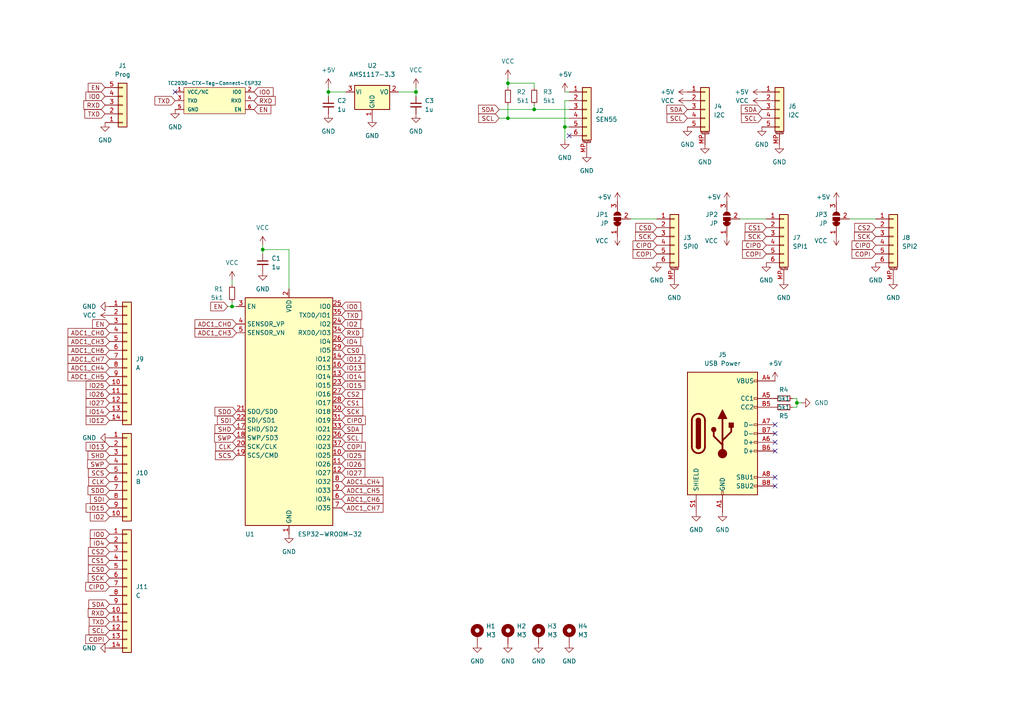
<source format=kicad_sch>
(kicad_sch (version 20211123) (generator eeschema)
  (paper "A4")
  (title_block (title "room-sensor") (date "2022-12-09") (rev "v1.0.0") (company "Jana Marie Hemsing"))
  (lib_symbols
    (symbol "Connector:USB_C_Receptacle_USB2.0" (pin_names (offset 1.016))
      (property "Reference" "J" (at -10.16 19.05 0))
      (property "Value" "USB_C_Receptacle_USB2.0" (at 19.05 19.05 0))
      (symbol "USB_C_Receptacle_USB2.0_0_0"
        (rectangle (start -0.254 -17.78) (end 0.254 -16.764))
        (rectangle (start 10.16 -14.986) (end 9.144 -15.494))
        (rectangle (start 10.16 -12.446) (end 9.144 -12.954))
        (rectangle (start 10.16 -4.826) (end 9.144 -5.334))
        (rectangle (start 10.16 -2.286) (end 9.144 -2.794))
        (rectangle (start 10.16 0.254) (end 9.144 -0.254))
        (rectangle (start 10.16 2.794) (end 9.144 2.286))
        (rectangle (start 10.16 7.874) (end 9.144 7.366))
        (rectangle (start 10.16 10.414) (end 9.144 9.906))
        (rectangle (start 10.16 15.494) (end 9.144 14.986))
      )
      (symbol "USB_C_Receptacle_USB2.0_0_1"
        (rectangle (start -10.16 17.78) (end 10.16 -17.78) (stroke (width 0.254)) (fill (type background)))
        (arc (start -8.89 -3.81) (mid -6.985 -5.715) (end -5.08 -3.81) (stroke (width 0.508)))
        (arc (start -7.62 -3.81) (mid -6.985 -4.445) (end -6.35 -3.81) (stroke (width 0.254)))
        (arc (start -7.62 -3.81) (mid -6.985 -4.445) (end -6.35 -3.81) (stroke (width 0.254)) (fill (type outline)))
        (rectangle (start -7.62 -3.81) (end -6.35 3.81) (stroke (width 0.254)) (fill (type outline)))
        (arc (start -6.35 3.81) (mid -6.985 4.445) (end -7.62 3.81) (stroke (width 0.254)))
        (arc (start -6.35 3.81) (mid -6.985 4.445) (end -7.62 3.81) (stroke (width 0.254)) (fill (type outline)))
        (arc (start -5.08 3.81) (mid -6.985 5.715) (end -8.89 3.81) (stroke (width 0.508)))
        (circle (center -2.54 1.143) (radius 0.635) (stroke (width 0.254)) (fill (type outline)))
        (circle (center 0 -5.842) (radius 1.27) (fill (type outline)))
        (polyline (pts (xy -8.89 -3.81) (xy -8.89 3.81)) (stroke (width 0.508)))
        (polyline (pts (xy -5.08 3.81) (xy -5.08 -3.81)) (stroke (width 0.508)))
        (polyline (pts (xy 0 -5.842) (xy 0 4.318)) (stroke (width 0.508)))
        (polyline (pts (xy 0 -3.302) (xy -2.54 -0.762) (xy -2.54 0.508)) (stroke (width 0.508)))
        (polyline (pts (xy 0 -2.032) (xy 2.54 0.508) (xy 2.54 1.778)) (stroke (width 0.508)))
        (polyline (pts (xy -1.27 4.318) (xy 0 6.858) (xy 1.27 4.318) (xy -1.27 4.318)) (stroke (width 0.254)) (fill (type outline)))
        (rectangle (start 1.905 1.778) (end 3.175 3.048) (stroke (width 0.254)) (fill (type outline)))
      )
      (symbol "USB_C_Receptacle_USB2.0_1_1"
        (pin passive line (at 0 -22.86 90) (length 5.08) (name "GND") (number "A1"))
        (pin passive line (at 0 -22.86 90) (length 5.08) hide (name "GND") (number "A12"))
        (pin passive line (at 15.24 15.24 180) (length 5.08) (name "VBUS") (number "A4"))
        (pin bidirectional line (at 15.24 10.16 180) (length 5.08) (name "CC1") (number "A5"))
        (pin bidirectional line (at 15.24 -2.54 180) (length 5.08) (name "D+") (number "A6"))
        (pin bidirectional line (at 15.24 2.54 180) (length 5.08) (name "D-") (number "A7"))
        (pin bidirectional line (at 15.24 -12.7 180) (length 5.08) (name "SBU1") (number "A8"))
        (pin passive line (at 15.24 15.24 180) (length 5.08) hide (name "VBUS") (number "A9"))
        (pin passive line (at 0 -22.86 90) (length 5.08) hide (name "GND") (number "B1"))
        (pin passive line (at 0 -22.86 90) (length 5.08) hide (name "GND") (number "B12"))
        (pin passive line (at 15.24 15.24 180) (length 5.08) hide (name "VBUS") (number "B4"))
        (pin bidirectional line (at 15.24 7.62 180) (length 5.08) (name "CC2") (number "B5"))
        (pin bidirectional line (at 15.24 -5.08 180) (length 5.08) (name "D+") (number "B6"))
        (pin bidirectional line (at 15.24 0 180) (length 5.08) (name "D-") (number "B7"))
        (pin bidirectional line (at 15.24 -15.24 180) (length 5.08) (name "SBU2") (number "B8"))
        (pin passive line (at 15.24 15.24 180) (length 5.08) hide (name "VBUS") (number "B9"))
        (pin passive line (at -7.62 -22.86 90) (length 5.08) (name "SHIELD") (number "S1"))
      )
    )
    (symbol "Connector_Generic:Conn_01x05" (pin_names (offset 1.016) hide)
      (property "Reference" "J" (at 0 7.62 0))
      (property "Value" "Conn_01x05" (at 0 -7.62 0))
      (symbol "Conn_01x05_1_1"
        (rectangle (start -1.27 -4.953) (end 0 -5.207) (stroke (width 0.1524)))
        (rectangle (start -1.27 -2.413) (end 0 -2.667) (stroke (width 0.1524)))
        (rectangle (start -1.27 0.127) (end 0 -0.127) (stroke (width 0.1524)))
        (rectangle (start -1.27 2.667) (end 0 2.413) (stroke (width 0.1524)))
        (rectangle (start -1.27 5.207) (end 0 4.953) (stroke (width 0.1524)))
        (rectangle (start -1.27 6.35) (end 1.27 -6.35) (stroke (width 0.254)) (fill (type background)))
        (pin passive line (at -5.08 5.08 0) (length 3.81) (name "Pin_1") (number "1"))
        (pin passive line (at -5.08 2.54 0) (length 3.81) (name "Pin_2") (number "2"))
        (pin passive line (at -5.08 0 0) (length 3.81) (name "Pin_3") (number "3"))
        (pin passive line (at -5.08 -2.54 0) (length 3.81) (name "Pin_4") (number "4"))
        (pin passive line (at -5.08 -5.08 0) (length 3.81) (name "Pin_5") (number "5"))
      )
    )
    (symbol "Connector_Generic:Conn_01x10" (pin_names (offset 1.016) hide)
      (property "Reference" "J" (at 0 12.7 0))
      (property "Value" "Conn_01x10" (at 0 -15.24 0))
      (symbol "Conn_01x10_1_1"
        (rectangle (start -1.27 -12.573) (end 0 -12.827) (stroke (width 0.1524)))
        (rectangle (start -1.27 -10.033) (end 0 -10.287) (stroke (width 0.1524)))
        (rectangle (start -1.27 -7.493) (end 0 -7.747) (stroke (width 0.1524)))
        (rectangle (start -1.27 -4.953) (end 0 -5.207) (stroke (width 0.1524)))
        (rectangle (start -1.27 -2.413) (end 0 -2.667) (stroke (width 0.1524)))
        (rectangle (start -1.27 0.127) (end 0 -0.127) (stroke (width 0.1524)))
        (rectangle (start -1.27 2.667) (end 0 2.413) (stroke (width 0.1524)))
        (rectangle (start -1.27 5.207) (end 0 4.953) (stroke (width 0.1524)))
        (rectangle (start -1.27 7.747) (end 0 7.493) (stroke (width 0.1524)))
        (rectangle (start -1.27 10.287) (end 0 10.033) (stroke (width 0.1524)))
        (rectangle (start -1.27 11.43) (end 1.27 -13.97) (stroke (width 0.254)) (fill (type background)))
        (pin passive line (at -5.08 10.16 0) (length 3.81) (name "Pin_1") (number "1"))
        (pin passive line (at -5.08 -12.7 0) (length 3.81) (name "Pin_10") (number "10"))
        (pin passive line (at -5.08 7.62 0) (length 3.81) (name "Pin_2") (number "2"))
        (pin passive line (at -5.08 5.08 0) (length 3.81) (name "Pin_3") (number "3"))
        (pin passive line (at -5.08 2.54 0) (length 3.81) (name "Pin_4") (number "4"))
        (pin passive line (at -5.08 0 0) (length 3.81) (name "Pin_5") (number "5"))
        (pin passive line (at -5.08 -2.54 0) (length 3.81) (name "Pin_6") (number "6"))
        (pin passive line (at -5.08 -5.08 0) (length 3.81) (name "Pin_7") (number "7"))
        (pin passive line (at -5.08 -7.62 0) (length 3.81) (name "Pin_8") (number "8"))
        (pin passive line (at -5.08 -10.16 0) (length 3.81) (name "Pin_9") (number "9"))
      )
    )
    (symbol "Connector_Generic:Conn_01x14" (pin_names (offset 1.016) hide)
      (property "Reference" "J" (at 0 17.78 0))
      (property "Value" "Conn_01x14" (at 0 -20.32 0))
      (symbol "Conn_01x14_1_1"
        (rectangle (start -1.27 -17.653) (end 0 -17.907) (stroke (width 0.1524)))
        (rectangle (start -1.27 -15.113) (end 0 -15.367) (stroke (width 0.1524)))
        (rectangle (start -1.27 -12.573) (end 0 -12.827) (stroke (width 0.1524)))
        (rectangle (start -1.27 -10.033) (end 0 -10.287) (stroke (width 0.1524)))
        (rectangle (start -1.27 -7.493) (end 0 -7.747) (stroke (width 0.1524)))
        (rectangle (start -1.27 -4.953) (end 0 -5.207) (stroke (width 0.1524)))
        (rectangle (start -1.27 -2.413) (end 0 -2.667) (stroke (width 0.1524)))
        (rectangle (start -1.27 0.127) (end 0 -0.127) (stroke (width 0.1524)))
        (rectangle (start -1.27 2.667) (end 0 2.413) (stroke (width 0.1524)))
        (rectangle (start -1.27 5.207) (end 0 4.953) (stroke (width 0.1524)))
        (rectangle (start -1.27 7.747) (end 0 7.493) (stroke (width 0.1524)))
        (rectangle (start -1.27 10.287) (end 0 10.033) (stroke (width 0.1524)))
        (rectangle (start -1.27 12.827) (end 0 12.573) (stroke (width 0.1524)))
        (rectangle (start -1.27 15.367) (end 0 15.113) (stroke (width 0.1524)))
        (rectangle (start -1.27 16.51) (end 1.27 -19.05) (stroke (width 0.254)) (fill (type background)))
        (pin passive line (at -5.08 15.24 0) (length 3.81) (name "Pin_1") (number "1"))
        (pin passive line (at -5.08 -7.62 0) (length 3.81) (name "Pin_10") (number "10"))
        (pin passive line (at -5.08 -10.16 0) (length 3.81) (name "Pin_11") (number "11"))
        (pin passive line (at -5.08 -12.7 0) (length 3.81) (name "Pin_12") (number "12"))
        (pin passive line (at -5.08 -15.24 0) (length 3.81) (name "Pin_13") (number "13"))
        (pin passive line (at -5.08 -17.78 0) (length 3.81) (name "Pin_14") (number "14"))
        (pin passive line (at -5.08 12.7 0) (length 3.81) (name "Pin_2") (number "2"))
        (pin passive line (at -5.08 10.16 0) (length 3.81) (name "Pin_3") (number "3"))
        (pin passive line (at -5.08 7.62 0) (length 3.81) (name "Pin_4") (number "4"))
        (pin passive line (at -5.08 5.08 0) (length 3.81) (name "Pin_5") (number "5"))
        (pin passive line (at -5.08 2.54 0) (length 3.81) (name "Pin_6") (number "6"))
        (pin passive line (at -5.08 0 0) (length 3.81) (name "Pin_7") (number "7"))
        (pin passive line (at -5.08 -2.54 0) (length 3.81) (name "Pin_8") (number "8"))
        (pin passive line (at -5.08 -5.08 0) (length 3.81) (name "Pin_9") (number "9"))
      )
    )
    (symbol "Connector_Generic_MountingPin:Conn_01x05_MountingPin" (pin_names (offset 1.016) hide)
      (property "Reference" "J" (at 0 7.62 0))
      (property "Value" "Conn_01x05_MountingPin" (at 1.27 -7.62 0))
      (symbol "Conn_01x05_MountingPin_1_1"
        (rectangle (start -1.27 -4.953) (end 0 -5.207) (stroke (width 0.1524)))
        (rectangle (start -1.27 -2.413) (end 0 -2.667) (stroke (width 0.1524)))
        (rectangle (start -1.27 0.127) (end 0 -0.127) (stroke (width 0.1524)))
        (rectangle (start -1.27 2.667) (end 0 2.413) (stroke (width 0.1524)))
        (rectangle (start -1.27 5.207) (end 0 4.953) (stroke (width 0.1524)))
        (rectangle (start -1.27 6.35) (end 1.27 -6.35) (stroke (width 0.254)) (fill (type background)))
        (polyline (pts (xy -1.016 -7.112) (xy 1.016 -7.112)) (stroke (width 0.1524)))
        (text "Mounting" (at 0 -6.731 0) (effects (font (size 0.381 0.381))))
        (pin passive line (at -5.08 5.08 0) (length 3.81) (name "Pin_1") (number "1"))
        (pin passive line (at -5.08 2.54 0) (length 3.81) (name "Pin_2") (number "2"))
        (pin passive line (at -5.08 0 0) (length 3.81) (name "Pin_3") (number "3"))
        (pin passive line (at -5.08 -2.54 0) (length 3.81) (name "Pin_4") (number "4"))
        (pin passive line (at -5.08 -5.08 0) (length 3.81) (name "Pin_5") (number "5"))
        (pin passive line (at 0 -10.16 90) (length 3.048) (name "MountPin") (number "MP"))
      )
    )
    (symbol "Connector_Generic_MountingPin:Conn_01x06_MountingPin" (pin_names (offset 1.016) hide)
      (property "Reference" "J" (at 0 7.62 0))
      (property "Value" "Conn_01x06_MountingPin" (at 1.27 -10.16 0))
      (symbol "Conn_01x06_MountingPin_1_1"
        (rectangle (start -1.27 -7.493) (end 0 -7.747) (stroke (width 0.1524)))
        (rectangle (start -1.27 -4.953) (end 0 -5.207) (stroke (width 0.1524)))
        (rectangle (start -1.27 -2.413) (end 0 -2.667) (stroke (width 0.1524)))
        (rectangle (start -1.27 0.127) (end 0 -0.127) (stroke (width 0.1524)))
        (rectangle (start -1.27 2.667) (end 0 2.413) (stroke (width 0.1524)))
        (rectangle (start -1.27 5.207) (end 0 4.953) (stroke (width 0.1524)))
        (rectangle (start -1.27 6.35) (end 1.27 -8.89) (stroke (width 0.254)) (fill (type background)))
        (polyline (pts (xy -1.016 -9.652) (xy 1.016 -9.652)) (stroke (width 0.1524)))
        (text "Mounting" (at 0 -9.271 0) (effects (font (size 0.381 0.381))))
        (pin passive line (at -5.08 5.08 0) (length 3.81) (name "Pin_1") (number "1"))
        (pin passive line (at -5.08 2.54 0) (length 3.81) (name "Pin_2") (number "2"))
        (pin passive line (at -5.08 0 0) (length 3.81) (name "Pin_3") (number "3"))
        (pin passive line (at -5.08 -2.54 0) (length 3.81) (name "Pin_4") (number "4"))
        (pin passive line (at -5.08 -5.08 0) (length 3.81) (name "Pin_5") (number "5"))
        (pin passive line (at -5.08 -7.62 0) (length 3.81) (name "Pin_6") (number "6"))
        (pin passive line (at 0 -12.7 90) (length 3.048) (name "MountPin") (number "MP"))
      )
    )
    (symbol "Device:C_Small" (pin_numbers hide) (pin_names (offset 0.254) hide)
      (property "Reference" "C" (at 0.254 1.778 0))
      (property "Value" "C_Small" (at 0.254 -2.032 0))
      (symbol "C_Small_0_1"
        (polyline (pts (xy -1.524 -0.508) (xy 1.524 -0.508)) (stroke (width 0.3302)))
        (polyline (pts (xy -1.524 0.508) (xy 1.524 0.508)) (stroke (width 0.3048)))
      )
      (symbol "C_Small_1_1"
        (pin passive line (at 0 2.54 270) (length 2.032) (name "~") (number "1"))
        (pin passive line (at 0 -2.54 90) (length 2.032) (name "~") (number "2"))
      )
    )
    (symbol "Device:R_Small" (pin_numbers hide) (pin_names (offset 0.254) hide)
      (property "Reference" "R" (at 0.762 0.508 0))
      (property "Value" "R_Small" (at 0.762 -1.016 0))
      (symbol "R_Small_0_1"
        (rectangle (start -0.762 1.778) (end 0.762 -1.778) (stroke (width 0.2032)))
      )
      (symbol "R_Small_1_1"
        (pin passive line (at 0 2.54 270) (length 0.762) (name "~") (number "1"))
        (pin passive line (at 0 -2.54 90) (length 0.762) (name "~") (number "2"))
      )
    )
    (symbol "Jumper:SolderJumper_3_Bridged12" (pin_names (offset 0) hide)
      (property "Reference" "JP" (at -2.54 -2.54 0))
      (property "Value" "SolderJumper_3_Bridged12" (at 0 2.794 0))
      (symbol "SolderJumper_3_Bridged12_0_1"
        (rectangle (start -1.016 0.508) (end -0.508 -0.508) (fill (type outline)))
        (arc (start -1.016 1.016) (mid -2.032 0) (end -1.016 -1.016))
        (arc (start -1.016 1.016) (mid -2.032 0) (end -1.016 -1.016) (fill (type outline)))
        (rectangle (start -0.508 1.016) (end 0.508 -1.016) (fill (type outline)))
        (polyline (pts (xy -2.54 0) (xy -2.032 0)))
        (polyline (pts (xy -1.016 1.016) (xy -1.016 -1.016)))
        (polyline (pts (xy 0 -1.27) (xy 0 -1.016)))
        (polyline (pts (xy 1.016 1.016) (xy 1.016 -1.016)))
        (polyline (pts (xy 2.54 0) (xy 2.032 0)))
        (arc (start 1.016 -1.016) (mid 2.032 0) (end 1.016 1.016))
        (arc (start 1.016 -1.016) (mid 2.032 0) (end 1.016 1.016) (fill (type outline)))
      )
      (symbol "SolderJumper_3_Bridged12_1_1"
        (pin passive line (at -5.08 0 0) (length 2.54) (name "A") (number "1"))
        (pin passive line (at 0 -3.81 90) (length 2.54) (name "C") (number "2"))
        (pin passive line (at 5.08 0 180) (length 2.54) (name "B") (number "3"))
      )
    )
    (symbol "Mechanical:MountingHole_Pad" (pin_numbers hide) (pin_names (offset 1.016) hide)
      (property "Reference" "H" (at 0 6.35 0))
      (property "Value" "MountingHole_Pad" (at 0 4.445 0))
      (symbol "MountingHole_Pad_0_1"
        (circle (center 0 1.27) (radius 1.27) (stroke (width 1.27)))
      )
      (symbol "MountingHole_Pad_1_1"
        (pin input line (at 0 -2.54 90) (length 2.54) (name "1") (number "1"))
      )
    )
    (symbol "RF_Module:ESP32-WROOM-32"
      (property "Reference" "U" (at -12.7 34.29 0))
      (property "Value" "ESP32-WROOM-32" (at 1.27 34.29 0))
      (symbol "ESP32-WROOM-32_0_1"
        (rectangle (start -12.7 33.02) (end 12.7 -33.02) (stroke (width 0.254)) (fill (type background)))
      )
      (symbol "ESP32-WROOM-32_1_1"
        (pin power_in line (at 0 -35.56 90) (length 2.54) (name "GND") (number "1"))
        (pin bidirectional line (at 15.24 -12.7 180) (length 2.54) (name "IO25") (number "10"))
        (pin bidirectional line (at 15.24 -15.24 180) (length 2.54) (name "IO26") (number "11"))
        (pin bidirectional line (at 15.24 -17.78 180) (length 2.54) (name "IO27") (number "12"))
        (pin bidirectional line (at 15.24 10.16 180) (length 2.54) (name "IO14") (number "13"))
        (pin bidirectional line (at 15.24 15.24 180) (length 2.54) (name "IO12") (number "14"))
        (pin passive line (at 0 -35.56 90) (length 2.54) hide (name "GND") (number "15"))
        (pin bidirectional line (at 15.24 12.7 180) (length 2.54) (name "IO13") (number "16"))
        (pin bidirectional line (at -15.24 -5.08 0) (length 2.54) (name "SHD/SD2") (number "17"))
        (pin bidirectional line (at -15.24 -7.62 0) (length 2.54) (name "SWP/SD3") (number "18"))
        (pin bidirectional line (at -15.24 -12.7 0) (length 2.54) (name "SCS/CMD") (number "19"))
        (pin power_in line (at 0 35.56 270) (length 2.54) (name "VDD") (number "2"))
        (pin bidirectional line (at -15.24 -10.16 0) (length 2.54) (name "SCK/CLK") (number "20"))
        (pin bidirectional line (at -15.24 0 0) (length 2.54) (name "SDO/SD0") (number "21"))
        (pin bidirectional line (at -15.24 -2.54 0) (length 2.54) (name "SDI/SD1") (number "22"))
        (pin bidirectional line (at 15.24 7.62 180) (length 2.54) (name "IO15") (number "23"))
        (pin bidirectional line (at 15.24 25.4 180) (length 2.54) (name "IO2") (number "24"))
        (pin bidirectional line (at 15.24 30.48 180) (length 2.54) (name "IO0") (number "25"))
        (pin bidirectional line (at 15.24 20.32 180) (length 2.54) (name "IO4") (number "26"))
        (pin bidirectional line (at 15.24 5.08 180) (length 2.54) (name "IO16") (number "27"))
        (pin bidirectional line (at 15.24 2.54 180) (length 2.54) (name "IO17") (number "28"))
        (pin bidirectional line (at 15.24 17.78 180) (length 2.54) (name "IO5") (number "29"))
        (pin input line (at -15.24 30.48 0) (length 2.54) (name "EN") (number "3"))
        (pin bidirectional line (at 15.24 0 180) (length 2.54) (name "IO18") (number "30"))
        (pin bidirectional line (at 15.24 -2.54 180) (length 2.54) (name "IO19") (number "31"))
        (pin no_connect line (at -12.7 -27.94 0) (length 2.54) hide (name "NC") (number "32"))
        (pin bidirectional line (at 15.24 -5.08 180) (length 2.54) (name "IO21") (number "33"))
        (pin bidirectional line (at 15.24 22.86 180) (length 2.54) (name "RXD0/IO3") (number "34"))
        (pin bidirectional line (at 15.24 27.94 180) (length 2.54) (name "TXD0/IO1") (number "35"))
        (pin bidirectional line (at 15.24 -7.62 180) (length 2.54) (name "IO22") (number "36"))
        (pin bidirectional line (at 15.24 -10.16 180) (length 2.54) (name "IO23") (number "37"))
        (pin passive line (at 0 -35.56 90) (length 2.54) hide (name "GND") (number "38"))
        (pin passive line (at 0 -35.56 90) (length 2.54) hide (name "GND") (number "39"))
        (pin input line (at -15.24 25.4 0) (length 2.54) (name "SENSOR_VP") (number "4"))
        (pin input line (at -15.24 22.86 0) (length 2.54) (name "SENSOR_VN") (number "5"))
        (pin input line (at 15.24 -25.4 180) (length 2.54) (name "IO34") (number "6"))
        (pin input line (at 15.24 -27.94 180) (length 2.54) (name "IO35") (number "7"))
        (pin bidirectional line (at 15.24 -20.32 180) (length 2.54) (name "IO32") (number "8"))
        (pin bidirectional line (at 15.24 -22.86 180) (length 2.54) (name "IO33") (number "9"))
      )
    )
    (symbol "Regulator_Linear:AMS1117-3.3" (pin_names (offset 0.254))
      (property "Reference" "U" (at -3.81 3.175 0))
      (property "Value" "AMS1117-3.3" (at 0 3.175 0))
      (symbol "AMS1117-3.3_0_1"
        (rectangle (start -5.08 -5.08) (end 5.08 1.905) (stroke (width 0.254)) (fill (type background)))
      )
      (symbol "AMS1117-3.3_1_1"
        (pin power_in line (at 0 -7.62 90) (length 2.54) (name "GND") (number "1"))
        (pin power_out line (at 7.62 0 180) (length 2.54) (name "VO") (number "2"))
        (pin power_in line (at -7.62 0 0) (length 2.54) (name "VI") (number "3"))
      )
    )
    (symbol "otter:+5V" (power) (pin_names (offset 0))
      (property "Value" "+5V" (at 0 3.556 0))
      (symbol "+5V_0_1"
        (polyline (pts (xy -0.762 1.27) (xy 0 2.54)))
        (polyline (pts (xy 0 0) (xy 0 2.54)))
        (polyline (pts (xy 0 2.54) (xy 0.762 1.27)))
      )
      (symbol "+5V_1_1"
        (pin power_in line (at 0 0 90) (length 0) hide (name "+5V") (number "1"))
      )
    )
    (symbol "otter:GND" (power) (pin_names (offset 0))
      (property "Value" "GND" (at 0 -3.81 0))
      (symbol "GND_0_1"
        (polyline (pts (xy 0 0) (xy 0 -1.27) (xy 1.27 -1.27) (xy 0 -2.54) (xy -1.27 -1.27) (xy 0 -1.27)))
      )
      (symbol "GND_1_1"
        (pin power_in line (at 0 0 270) (length 0) hide (name "GND") (number "1"))
      )
    )
    (symbol "otter:TC2030-CTX-Tag-Connect-ESP32" (pin_names (offset 1.016))
      (property "Value" "TC2030-CTX-Tag-Connect-ESP32" (at 0 5.08 0))
      (symbol "TC2030-CTX-Tag-Connect-ESP32_0_1"
        (rectangle (start 8.89 3.81) (end -8.89 -3.81) (fill (type background)))
      )
      (symbol "TC2030-CTX-Tag-Connect-ESP32_1_1"
        (pin passive line (at -11.43 2.54 0) (length 2.54) (name "VCC/NC") (number "1"))
        (pin passive line (at 11.43 2.54 180) (length 2.54) (name "IO0") (number "2"))
        (pin passive line (at -11.43 0 0) (length 2.54) (name "TXD") (number "3"))
        (pin passive line (at 11.43 0 180) (length 2.54) (name "RXD") (number "4"))
        (pin passive line (at -11.43 -2.54 0) (length 2.54) (name "GND") (number "5"))
        (pin passive line (at 11.43 -2.54 180) (length 2.54) (name "EN") (number "6"))
      )
    )
    (symbol "power:VCC" (power) (pin_names (offset 0))
      (property "Value" "VCC" (at 0 3.81 0))
      (symbol "VCC_0_1"
        (polyline (pts (xy -0.762 1.27) (xy 0 2.54)))
        (polyline (pts (xy 0 0) (xy 0 2.54)))
        (polyline (pts (xy 0 2.54) (xy 0.762 1.27)))
      )
      (symbol "VCC_1_1"
        (pin power_in line (at 0 0 90) (length 0) hide (name "VCC") (number "1"))
      )
    )
  )
  (junction (at 120.65 26.67))
  (junction (at 95.25 26.67))
  (junction (at 154.94 31.75))
  (junction (at 147.32 34.29))
  (junction (at 76.2 72.39))
  (junction (at 163.83 36.83))
  (junction (at 231.14 116.84))
  (junction (at 147.32 24.13))
  (junction (at 67.31 88.9))
  (no_connect (at 50.8 26.67))
  (no_connect (at 224.79 130.81))
  (no_connect (at 224.79 128.27))
  (no_connect (at 224.79 138.43))
  (no_connect (at 224.79 140.97))
  (no_connect (at 224.79 125.73))
  (no_connect (at 224.79 123.19))
  (no_connect (at 165.1 39.37))
  (wire (pts (xy 231.14 116.84) (xy 231.14 118.11)))
  (wire (pts (xy 154.94 24.13) (xy 147.32 24.13)))
  (wire (pts (xy 182.88 63.5) (xy 190.5 63.5)))
  (wire (pts (xy 115.57 26.67) (xy 120.65 26.67)))
  (wire (pts (xy 95.25 25.4) (xy 95.25 26.67)))
  (wire (pts (xy 163.83 36.83) (xy 165.1 36.83)))
  (wire (pts (xy 154.94 25.4) (xy 154.94 24.13)))
  (wire (pts (xy 147.32 22.86) (xy 147.32 24.13)))
  (wire (pts (xy 67.31 88.9) (xy 66.04 88.9)))
  (wire (pts (xy 76.2 71.12) (xy 76.2 72.39)))
  (wire (pts (xy 147.32 24.13) (xy 147.32 25.4)))
  (wire (pts (xy 165.1 29.21) (xy 163.83 29.21)))
  (wire (pts (xy 231.14 118.11) (xy 229.87 118.11)))
  (wire (pts (xy 83.82 72.39) (xy 76.2 72.39)))
  (wire (pts (xy 154.94 30.48) (xy 154.94 31.75)))
  (wire (pts (xy 229.87 115.57) (xy 231.14 115.57)))
  (wire (pts (xy 231.14 115.57) (xy 231.14 116.84)))
  (wire (pts (xy 232.41 116.84) (xy 231.14 116.84)))
  (wire (pts (xy 246.38 63.5) (xy 254 63.5)))
  (wire (pts (xy 163.83 26.67) (xy 165.1 26.67)))
  (wire (pts (xy 83.82 83.82) (xy 83.82 72.39)))
  (wire (pts (xy 154.94 31.75) (xy 165.1 31.75)))
  (wire (pts (xy 214.63 63.5) (xy 222.25 63.5)))
  (wire (pts (xy 120.65 26.67) (xy 120.65 27.94)))
  (wire (pts (xy 68.58 88.9) (xy 67.31 88.9)))
  (wire (pts (xy 67.31 81.28) (xy 67.31 82.55)))
  (wire (pts (xy 120.65 25.4) (xy 120.65 26.67)))
  (wire (pts (xy 144.78 34.29) (xy 147.32 34.29)))
  (wire (pts (xy 163.83 36.83) (xy 163.83 40.64)))
  (wire (pts (xy 95.25 26.67) (xy 95.25 27.94)))
  (wire (pts (xy 67.31 87.63) (xy 67.31 88.9)))
  (wire (pts (xy 163.83 29.21) (xy 163.83 36.83)))
  (wire (pts (xy 144.78 31.75) (xy 154.94 31.75)))
  (wire (pts (xy 147.32 30.48) (xy 147.32 34.29)))
  (wire (pts (xy 147.32 34.29) (xy 165.1 34.29)))
  (wire (pts (xy 95.25 26.67) (xy 100.33 26.67)))
  (wire (pts (xy 76.2 72.39) (xy 76.2 73.66)))
  (global_label "IO25" (shape input) (at 31.75 111.76 180) (property "Intersheet References" "${INTERSHEET_REFS}" (effects hide)))
  (global_label "SCL" (shape input) (at 31.75 182.88 180) (property "Intersheet References" "${INTERSHEET_REFS}" (effects hide)))
  (global_label "IO0" (shape input) (at 99.06 88.9 0) (property "Intersheet References" "${INTERSHEET_REFS}" (effects hide)))
  (global_label "SCL" (shape input) (at 99.06 127 0) (property "Intersheet References" "${INTERSHEET_REFS}" (effects hide)))
  (global_label "SDA" (shape input) (at 31.75 175.26 180) (property "Intersheet References" "${INTERSHEET_REFS}" (effects hide)))
  (global_label "IO2" (shape input) (at 31.75 149.86 180) (property "Intersheet References" "${INTERSHEET_REFS}" (effects hide)))
  (global_label "SCK" (shape input) (at 254 68.58 180) (property "Intersheet References" "${INTERSHEET_REFS}" (effects hide)))
  (global_label "IO14" (shape input) (at 99.06 109.22 0) (property "Intersheet References" "${INTERSHEET_REFS}" (effects hide)))
  (global_label "CS2" (shape input) (at 254 66.04 180) (property "Intersheet References" "${INTERSHEET_REFS}" (effects hide)))
  (global_label "SCK" (shape input) (at 222.25 68.58 180) (property "Intersheet References" "${INTERSHEET_REFS}" (effects hide)))
  (global_label "ADC1_CH4" (shape input) (at 99.06 139.7 0) (property "Intersheet References" "${INTERSHEET_REFS}" (effects hide)))
  (global_label "CS2" (shape input) (at 31.75 160.02 180) (property "Intersheet References" "${INTERSHEET_REFS}" (effects hide)))
  (global_label "ADC1_CH7" (shape input) (at 31.75 104.14 180) (property "Intersheet References" "${INTERSHEET_REFS}" (effects hide)))
  (global_label "IO25" (shape input) (at 99.06 132.08 0) (property "Intersheet References" "${INTERSHEET_REFS}" (effects hide)))
  (global_label "RXD" (shape input) (at 30.48 30.48 180) (property "Intersheet References" "${INTERSHEET_REFS}" (effects hide)))
  (global_label "TXD" (shape input) (at 30.48 33.02 180) (property "Intersheet References" "${INTERSHEET_REFS}" (effects hide)))
  (global_label "CS1" (shape input) (at 222.25 66.04 180) (property "Intersheet References" "${INTERSHEET_REFS}" (effects hide)))
  (global_label "COPI" (shape input) (at 254 73.66 180) (property "Intersheet References" "${INTERSHEET_REFS}" (effects hide)))
  (global_label "SWP" (shape input) (at 31.75 134.62 180) (property "Intersheet References" "${INTERSHEET_REFS}" (effects hide)))
  (global_label "IO14" (shape input) (at 31.75 119.38 180) (property "Intersheet References" "${INTERSHEET_REFS}" (effects hide)))
  (global_label "CS2" (shape input) (at 99.06 114.3 0) (property "Intersheet References" "${INTERSHEET_REFS}" (effects hide)))
  (global_label "SDI" (shape input) (at 68.58 121.92 180) (property "Intersheet References" "${INTERSHEET_REFS}" (effects hide)))
  (global_label "SHD" (shape input) (at 31.75 132.08 180) (property "Intersheet References" "${INTERSHEET_REFS}" (effects hide)))
  (global_label "COPI" (shape input) (at 99.06 129.54 0) (property "Intersheet References" "${INTERSHEET_REFS}" (effects hide)))
  (global_label "EN" (shape input) (at 31.75 93.98 180) (property "Intersheet References" "${INTERSHEET_REFS}" (effects hide)))
  (global_label "CIPO" (shape input) (at 99.06 121.92 0) (property "Intersheet References" "${INTERSHEET_REFS}" (effects hide)))
  (global_label "IO13" (shape input) (at 99.06 106.68 0) (property "Intersheet References" "${INTERSHEET_REFS}" (effects hide)))
  (global_label "IO26" (shape input) (at 99.06 134.62 0) (property "Intersheet References" "${INTERSHEET_REFS}" (effects hide)))
  (global_label "CS0" (shape input) (at 99.06 101.6 0) (property "Intersheet References" "${INTERSHEET_REFS}" (effects hide)))
  (global_label "SWP" (shape input) (at 68.58 127 180) (property "Intersheet References" "${INTERSHEET_REFS}" (effects hide)))
  (global_label "SCK" (shape input) (at 31.75 167.64 180) (property "Intersheet References" "${INTERSHEET_REFS}" (effects hide)))
  (global_label "ADC1_CH5" (shape input) (at 99.06 142.24 0) (property "Intersheet References" "${INTERSHEET_REFS}" (effects hide)))
  (global_label "SDA" (shape input) (at 99.06 124.46 0) (property "Intersheet References" "${INTERSHEET_REFS}" (effects hide)))
  (global_label "RXD" (shape input) (at 31.75 177.8 180) (property "Intersheet References" "${INTERSHEET_REFS}" (effects hide)))
  (global_label "RXD" (shape input) (at 73.66 29.21 0) (property "Intersheet References" "${INTERSHEET_REFS}" (effects hide)))
  (global_label "COPI" (shape input) (at 222.25 73.66 180) (property "Intersheet References" "${INTERSHEET_REFS}" (effects hide)))
  (global_label "CIPO" (shape input) (at 190.5 71.12 180) (property "Intersheet References" "${INTERSHEET_REFS}" (effects hide)))
  (global_label "IO27" (shape input) (at 99.06 137.16 0) (property "Intersheet References" "${INTERSHEET_REFS}" (effects hide)))
  (global_label "COPI" (shape input) (at 190.5 73.66 180) (property "Intersheet References" "${INTERSHEET_REFS}" (effects hide)))
  (global_label "IO15" (shape input) (at 99.06 111.76 0) (property "Intersheet References" "${INTERSHEET_REFS}" (effects hide)))
  (global_label "IO26" (shape input) (at 31.75 114.3 180) (property "Intersheet References" "${INTERSHEET_REFS}" (effects hide)))
  (global_label "EN" (shape input) (at 66.04 88.9 180) (property "Intersheet References" "${INTERSHEET_REFS}" (effects hide)))
  (global_label "ADC1_CH6" (shape input) (at 99.06 144.78 0) (property "Intersheet References" "${INTERSHEET_REFS}" (effects hide)))
  (global_label "IO0" (shape input) (at 31.75 154.94 180) (property "Intersheet References" "${INTERSHEET_REFS}" (effects hide)))
  (global_label "SCL" (shape input) (at 144.78 34.29 180) (property "Intersheet References" "${INTERSHEET_REFS}" (effects hide)))
  (global_label "CS0" (shape input) (at 190.5 66.04 180) (property "Intersheet References" "${INTERSHEET_REFS}" (effects hide)))
  (global_label "ADC1_CH6" (shape input) (at 31.75 101.6 180) (property "Intersheet References" "${INTERSHEET_REFS}" (effects hide)))
  (global_label "CLK" (shape input) (at 31.75 139.7 180) (property "Intersheet References" "${INTERSHEET_REFS}" (effects hide)))
  (global_label "EN" (shape input) (at 73.66 31.75 0) (property "Intersheet References" "${INTERSHEET_REFS}" (effects hide)))
  (global_label "ADC1_CH5" (shape input) (at 31.75 109.22 180) (property "Intersheet References" "${INTERSHEET_REFS}" (effects hide)))
  (global_label "IO2" (shape input) (at 99.06 93.98 0) (property "Intersheet References" "${INTERSHEET_REFS}" (effects hide)))
  (global_label "SDO" (shape input) (at 68.58 119.38 180) (property "Intersheet References" "${INTERSHEET_REFS}" (effects hide)))
  (global_label "SDA" (shape input) (at 220.98 31.75 180) (property "Intersheet References" "${INTERSHEET_REFS}" (effects hide)))
  (global_label "CIPO" (shape input) (at 222.25 71.12 180) (property "Intersheet References" "${INTERSHEET_REFS}" (effects hide)))
  (global_label "SDI" (shape input) (at 31.75 144.78 180) (property "Intersheet References" "${INTERSHEET_REFS}" (effects hide)))
  (global_label "IO4" (shape input) (at 99.06 99.06 0) (property "Intersheet References" "${INTERSHEET_REFS}" (effects hide)))
  (global_label "SCS" (shape input) (at 31.75 137.16 180) (property "Intersheet References" "${INTERSHEET_REFS}" (effects hide)))
  (global_label "ADC1_CH0" (shape input) (at 68.58 93.98 180) (property "Intersheet References" "${INTERSHEET_REFS}" (effects hide)))
  (global_label "IO12" (shape input) (at 31.75 121.92 180) (property "Intersheet References" "${INTERSHEET_REFS}" (effects hide)))
  (global_label "CIPO" (shape input) (at 31.75 170.18 180) (property "Intersheet References" "${INTERSHEET_REFS}" (effects hide)))
  (global_label "ADC1_CH4" (shape input) (at 31.75 106.68 180) (property "Intersheet References" "${INTERSHEET_REFS}" (effects hide)))
  (global_label "RXD" (shape input) (at 99.06 96.52 0) (property "Intersheet References" "${INTERSHEET_REFS}" (effects hide)))
  (global_label "SDO" (shape input) (at 31.75 142.24 180) (property "Intersheet References" "${INTERSHEET_REFS}" (effects hide)))
  (global_label "ADC1_CH7" (shape input) (at 99.06 147.32 0) (property "Intersheet References" "${INTERSHEET_REFS}" (effects hide)))
  (global_label "SCK" (shape input) (at 99.06 119.38 0) (property "Intersheet References" "${INTERSHEET_REFS}" (effects hide)))
  (global_label "COPI" (shape input) (at 31.75 185.42 180) (property "Intersheet References" "${INTERSHEET_REFS}" (effects hide)))
  (global_label "SCL" (shape input) (at 199.39 34.29 180) (property "Intersheet References" "${INTERSHEET_REFS}" (effects hide)))
  (global_label "IO27" (shape input) (at 31.75 116.84 180) (property "Intersheet References" "${INTERSHEET_REFS}" (effects hide)))
  (global_label "SDA" (shape input) (at 199.39 31.75 180) (property "Intersheet References" "${INTERSHEET_REFS}" (effects hide)))
  (global_label "IO15" (shape input) (at 31.75 147.32 180) (property "Intersheet References" "${INTERSHEET_REFS}" (effects hide)))
  (global_label "TXD" (shape input) (at 50.8 29.21 180) (property "Intersheet References" "${INTERSHEET_REFS}" (effects hide)))
  (global_label "CS1" (shape input) (at 99.06 116.84 0) (property "Intersheet References" "${INTERSHEET_REFS}" (effects hide)))
  (global_label "CS0" (shape input) (at 31.75 165.1 180) (property "Intersheet References" "${INTERSHEET_REFS}" (effects hide)))
  (global_label "IO0" (shape input) (at 73.66 26.67 0) (property "Intersheet References" "${INTERSHEET_REFS}" (effects hide)))
  (global_label "SCS" (shape input) (at 68.58 132.08 180) (property "Intersheet References" "${INTERSHEET_REFS}" (effects hide)))
  (global_label "IO0" (shape input) (at 30.48 27.94 180) (property "Intersheet References" "${INTERSHEET_REFS}" (effects hide)))
  (global_label "IO12" (shape input) (at 99.06 104.14 0) (property "Intersheet References" "${INTERSHEET_REFS}" (effects hide)))
  (global_label "CIPO" (shape input) (at 254 71.12 180) (property "Intersheet References" "${INTERSHEET_REFS}" (effects hide)))
  (global_label "ADC1_CH0" (shape input) (at 31.75 96.52 180) (property "Intersheet References" "${INTERSHEET_REFS}" (effects hide)))
  (global_label "SHD" (shape input) (at 68.58 124.46 180) (property "Intersheet References" "${INTERSHEET_REFS}" (effects hide)))
  (global_label "SDA" (shape input) (at 144.78 31.75 180) (property "Intersheet References" "${INTERSHEET_REFS}" (effects hide)))
  (global_label "ADC1_CH3" (shape input) (at 68.58 96.52 180) (property "Intersheet References" "${INTERSHEET_REFS}" (effects hide)))
  (global_label "IO13" (shape input) (at 31.75 129.54 180) (property "Intersheet References" "${INTERSHEET_REFS}" (effects hide)))
  (global_label "SCL" (shape input) (at 220.98 34.29 180) (property "Intersheet References" "${INTERSHEET_REFS}" (effects hide)))
  (global_label "SCK" (shape input) (at 190.5 68.58 180) (property "Intersheet References" "${INTERSHEET_REFS}" (effects hide)))
  (global_label "TXD" (shape input) (at 31.75 180.34 180) (property "Intersheet References" "${INTERSHEET_REFS}" (effects hide)))
  (global_label "EN" (shape input) (at 30.48 25.4 180) (property "Intersheet References" "${INTERSHEET_REFS}" (effects hide)))
  (global_label "CLK" (shape input) (at 68.58 129.54 180) (property "Intersheet References" "${INTERSHEET_REFS}" (effects hide)))
  (global_label "TXD" (shape input) (at 99.06 91.44 0) (property "Intersheet References" "${INTERSHEET_REFS}" (effects hide)))
  (global_label "CS1" (shape input) (at 31.75 162.56 180) (property "Intersheet References" "${INTERSHEET_REFS}" (effects hide)))
  (global_label "ADC1_CH3" (shape input) (at 31.75 99.06 180) (property "Intersheet References" "${INTERSHEET_REFS}" (effects hide)))
  (global_label "IO4" (shape input) (at 31.75 157.48 180) (property "Intersheet References" "${INTERSHEET_REFS}" (effects hide)))
  (symbol (lib_id "Device:R_Small") (at 147.32 27.94 0) (unit 1)
    (property "Reference" "R2" (at 149.86 26.6699 0) (effects (justify left)))
    (property "Value" "5k1" (at 149.86 29.2099 0) (effects (justify left)))
    (property "Footprint" "otter:R_0603" (effects hide))
  )
  (symbol (lib_id "otter:GND") (at 190.5 76.2 0) (unit 1)
    (property "Reference" "#PWR0124" (effects hide))
    (property "Value" "GND" (at 190.5 81.28 0))
  )
  (symbol (lib_id "power:VCC") (at 120.65 25.4 0) (unit 1)
    (property "Reference" "#PWR0111" (effects hide))
    (property "Value" "VCC" (at 120.65 20.32 0))
  )
  (symbol (lib_id "power:VCC") (at 199.39 29.21 90) (unit 1)
    (property "Reference" "#PWR0104" (effects hide))
    (property "Value" "VCC" (at 195.58 29.2099 90) (effects (justify left)))
  )
  (symbol (lib_id "otter:GND") (at 30.48 35.56 0) (unit 1)
    (property "Reference" "#PWR0115" (effects hide))
    (property "Value" "GND" (at 30.48 40.64 0))
  )
  (symbol (lib_id "otter:GND") (at 163.83 40.64 0) (unit 1)
    (property "Reference" "#PWR0105" (effects hide))
    (property "Value" "GND" (at 163.83 45.72 0))
  )
  (symbol (lib_id "power:VCC") (at 76.2 71.12 0) (unit 1)
    (property "Reference" "#PWR0135" (effects hide))
    (property "Value" "VCC" (at 76.2 66.04 0))
  )
  (symbol (lib_id "otter:GND") (at 259.08 81.28 0) (unit 1)
    (property "Reference" "#PWR0145" (effects hide))
    (property "Value" "GND" (at 259.08 86.36 0))
  )
  (symbol (lib_id "otter:GND") (at 83.82 154.94 0) (unit 1)
    (property "Reference" "#PWR0140" (effects hide))
    (property "Value" "GND" (at 83.82 160.02 0))
  )
  (symbol (lib_id "Connector_Generic:Conn_01x10") (at 36.83 137.16 0) (unit 1)
    (property "Reference" "J10" (at 39.37 137.1599 0) (effects (justify left)))
    (property "Value" "B" (at 39.37 139.6999 0) (effects (justify left)))
    (property "Footprint" "Connector_PinHeader_1.27mm:PinHeader_1x10_P1.27mm_Vertical" (effects hide))
  )
  (symbol (lib_id "Connector_Generic_MountingPin:Conn_01x05_MountingPin") (at 226.06 31.75 0) (unit 1)
    (property "Reference" "J6" (at 228.6 30.8355 0) (effects (justify left)))
    (property "Value" "I2C" (at 228.6 33.3755 0) (effects (justify left)))
    (property "Footprint" "Connector_Molex:Molex_PicoBlade_53398-0571_1x05-1MP_P1.25mm_Vertical" (effects hide))
  )
  (symbol (lib_id "otter:GND") (at 107.95 34.29 0) (unit 1)
    (property "Reference" "#PWR0110" (effects hide))
    (property "Value" "GND" (at 107.95 39.37 0))
  )
  (symbol (lib_id "Connector_Generic_MountingPin:Conn_01x06_MountingPin") (at 259.08 68.58 0) (unit 1)
    (property "Reference" "J8" (at 261.62 68.9355 0) (effects (justify left)))
    (property "Value" "SPI2" (at 261.62 71.4755 0) (effects (justify left)))
    (property "Footprint" "Connector_Molex:Molex_PicoBlade_53398-0671_1x06-1MP_P1.25mm_Vertical" (effects hide))
  )
  (symbol (lib_id "Device:C_Small") (at 120.65 30.48 0) (unit 1)
    (property "Reference" "C3" (at 123.19 29.2162 0) (effects (justify left)))
    (property "Value" "1u" (at 123.19 31.7562 0) (effects (justify left)))
    (property "Footprint" "otter:C_0805" (effects hide))
  )
  (symbol (lib_id "otter:GND") (at 165.1 186.69 0) (unit 1)
    (property "Reference" "#PWR0137" (effects hide))
    (property "Value" "GND" (at 165.1 191.77 0))
  )
  (symbol (lib_id "Mechanical:MountingHole_Pad") (at 165.1 184.15 0) (unit 1)
    (property "Reference" "H4" (at 167.64 181.6099 0) (effects (justify left)))
    (property "Value" "M3" (at 167.64 184.1499 0) (effects (justify left)))
    (property "Footprint" "MountingHole:MountingHole_3.2mm_M3_Pad_Via" (effects hide))
  )
  (symbol (lib_id "otter:GND") (at 209.55 148.59 0) (unit 1)
    (property "Reference" "#PWR0130" (effects hide))
    (property "Value" "GND" (at 209.55 153.67 0))
  )
  (symbol (lib_id "otter:+5V") (at 95.25 25.4 0) (unit 1)
    (property "Reference" "#PWR0113" (effects hide))
    (property "Value" "+5V" (at 95.25 20.32 0))
  )
  (symbol (lib_id "otter:GND") (at 199.39 36.83 0) (unit 1)
    (property "Reference" "#PWR0103" (effects hide))
    (property "Value" "GND" (at 199.39 41.91 0))
  )
  (symbol (lib_id "Regulator_Linear:AMS1117-3.3") (at 107.95 26.67 0) (unit 1)
    (property "Reference" "U2" (at 107.95 19.05 0))
    (property "Value" "AMS1117-3.3" (at 107.95 21.59 0))
    (property "Footprint" "Package_TO_SOT_SMD:SOT-223-3_TabPin2" (effects hide))
    (property "Datasheet" "http://www.advanced-monolithic.com/pdf/ds1117.pdf" (effects hide))
  )
  (symbol (lib_id "otter:+5V") (at 199.39 26.67 90) (unit 1)
    (property "Reference" "#PWR0102" (effects hide))
    (property "Value" "+5V" (at 195.58 26.6699 90) (effects (justify left)))
  )
  (symbol (lib_id "power:VCC") (at 220.98 29.21 90) (unit 1)
    (property "Reference" "#PWR0117" (effects hide))
    (property "Value" "VCC" (at 217.17 29.2099 90) (effects (justify left)))
  )
  (symbol (lib_id "otter:GND") (at 95.25 33.02 0) (unit 1)
    (property "Reference" "#PWR0109" (effects hide))
    (property "Value" "GND" (at 95.25 38.1 0))
  )
  (symbol (lib_id "power:VCC") (at 242.57 68.58 180) (unit 1)
    (property "Reference" "#PWR0126" (effects hide))
    (property "Value" "VCC" (at 240.03 69.8499 0) (effects (justify left)))
  )
  (symbol (lib_id "Connector_Generic:Conn_01x14") (at 36.83 104.14 0) (unit 1)
    (property "Reference" "J9" (at 39.37 104.1399 0) (effects (justify left)))
    (property "Value" "A" (at 39.37 106.6799 0) (effects (justify left)))
    (property "Footprint" "Connector_PinHeader_1.27mm:PinHeader_1x14_P1.27mm_Vertical" (effects hide))
  )
  (symbol (lib_id "Connector:USB_C_Receptacle_USB2.0") (at 209.55 125.73 0) (unit 1)
    (property "Reference" "J5" (at 209.55 102.87 0))
    (property "Value" "USB Power" (at 209.55 105.41 0))
    (property "Footprint" "otter:USB-C 16Pin" (effects hide))
    (property "Datasheet" "https://www.usb.org/sites/default/files/documents/usb_type-c.zip" (effects hide))
  )
  (symbol (lib_id "Connector_Generic_MountingPin:Conn_01x05_MountingPin") (at 204.47 31.75 0) (unit 1)
    (property "Reference" "J4" (at 207.01 30.8355 0) (effects (justify left)))
    (property "Value" "I2C" (at 207.01 33.3755 0) (effects (justify left)))
    (property "Footprint" "Connector_Molex:Molex_PicoBlade_53398-0571_1x05-1MP_P1.25mm_Vertical" (effects hide))
  )
  (symbol (lib_id "otter:GND") (at 170.18 44.45 0) (unit 1)
    (property "Reference" "#PWR0114" (effects hide))
    (property "Value" "GND" (at 170.18 49.53 0))
  )
  (symbol (lib_id "Connector_Generic_MountingPin:Conn_01x06_MountingPin") (at 195.58 68.58 0) (unit 1)
    (property "Reference" "J3" (at 198.12 68.9355 0) (effects (justify left)))
    (property "Value" "SPI0" (at 198.12 71.4755 0) (effects (justify left)))
    (property "Footprint" "Connector_Molex:Molex_PicoBlade_53261-0671_1x06-1MP_P1.25mm_Horizontal" (effects hide))
  )
  (symbol (lib_id "otter:GND") (at 120.65 33.02 0) (unit 1)
    (property "Reference" "#PWR0108" (effects hide))
    (property "Value" "GND" (at 120.65 38.1 0))
  )
  (symbol (lib_id "power:VCC") (at 210.82 68.58 180) (unit 1)
    (property "Reference" "#PWR0123" (effects hide))
    (property "Value" "VCC" (at 208.28 69.8499 0) (effects (justify left)))
  )
  (symbol (lib_id "Device:R_Small") (at 227.33 118.11 90) (unit 1)
    (property "Reference" "R5" (at 227.33 120.65 90))
    (property "Value" "5k1" (at 227.33 118.11 90))
    (property "Footprint" "otter:R_0603" (effects hide))
  )
  (symbol (lib_id "otter:GND") (at 204.47 41.91 0) (unit 1)
    (property "Reference" "#PWR0118" (effects hide))
    (property "Value" "GND" (at 204.47 46.99 0))
  )
  (symbol (lib_id "Device:C_Small") (at 95.25 30.48 0) (unit 1)
    (property "Reference" "C2" (at 97.79 29.2162 0) (effects (justify left)))
    (property "Value" "1u" (at 97.79 31.7562 0) (effects (justify left)))
    (property "Footprint" "otter:C_0805" (effects hide))
  )
  (symbol (lib_id "Jumper:SolderJumper_3_Bridged12") (at 179.07 63.5 90) (unit 1)
    (property "Reference" "JP1" (at 176.53 62.2299 90) (effects (justify left)))
    (property "Value" "JP" (at 176.53 64.7699 90) (effects (justify left)))
    (property "Footprint" "otter:J_0603_90" (effects hide))
  )
  (symbol (lib_id "otter:GND") (at 31.75 88.9 270) (unit 1)
    (property "Reference" "#PWR0142" (effects hide))
    (property "Value" "GND" (at 27.94 88.8999 90) (effects (justify right)))
  )
  (symbol (lib_id "Connector_Generic_MountingPin:Conn_01x06_MountingPin") (at 170.18 31.75 0) (unit 1)
    (property "Reference" "J2" (at 172.72 32.1055 0) (effects (justify left)))
    (property "Value" "SEN55" (at 172.72 34.6455 0) (effects (justify left)))
    (property "Footprint" "Connector_Molex:Molex_PicoBlade_53261-0671_1x06-1MP_P1.25mm_Horizontal" (effects hide))
  )
  (symbol (lib_id "Mechanical:MountingHole_Pad") (at 138.43 184.15 0) (unit 1)
    (property "Reference" "H1" (at 140.97 181.6099 0) (effects (justify left)))
    (property "Value" "M3" (at 140.97 184.1499 0) (effects (justify left)))
    (property "Footprint" "MountingHole:MountingHole_3.2mm_M3_Pad_Via" (effects hide))
  )
  (symbol (lib_id "otter:+5V") (at 179.07 58.42 0) (unit 1)
    (property "Reference" "#PWR0106" (effects hide))
    (property "Value" "+5V" (at 175.26 57.15 0))
  )
  (symbol (lib_id "Device:R_Small") (at 67.31 85.09 0) (unit 1)
    (property "Reference" "R1" (at 64.77 83.8199 0) (effects (justify right)))
    (property "Value" "5k1" (at 64.77 86.3599 0) (effects (justify right)))
    (property "Footprint" "otter:R_0603" (effects hide))
  )
  (symbol (lib_id "power:VCC") (at 147.32 22.86 0) (unit 1)
    (property "Reference" "#PWR0112" (effects hide))
    (property "Value" "VCC" (at 147.32 17.78 0))
  )
  (symbol (lib_id "otter:+5V") (at 163.83 26.67 0) (unit 1)
    (property "Reference" "#PWR0101" (effects hide))
    (property "Value" "+5V" (at 163.83 21.59 0))
  )
  (symbol (lib_id "power:VCC") (at 31.75 91.44 90) (unit 1)
    (property "Reference" "#PWR0141" (effects hide))
    (property "Value" "VCC" (at 27.94 91.4399 90) (effects (justify left)))
  )
  (symbol (lib_id "RF_Module:ESP32-WROOM-32") (at 83.82 119.38 0) (unit 1)
    (property "Reference" "U1" (at 71.12 154.94 0) (effects (justify left)))
    (property "Value" "ESP32-WROOM-32" (at 86.36 154.94 0) (effects (justify left)))
    (property "Footprint" "RF_Module:ESP32-WROOM-32" (effects hide))
    (property "Datasheet" "https://www.espressif.com/sites/default/files/documentation/esp32-wroom-32_datasheet_en.pdf" (effects hide))
  )
  (symbol (lib_id "otter:GND") (at 226.06 41.91 0) (unit 1)
    (property "Reference" "#PWR0121" (effects hide))
    (property "Value" "GND" (at 226.06 46.99 0))
  )
  (symbol (lib_id "Device:C_Small") (at 76.2 76.2 0) (unit 1)
    (property "Reference" "C1" (at 78.74 74.9362 0) (effects (justify left)))
    (property "Value" "1u" (at 78.74 77.4762 0) (effects (justify left)))
    (property "Footprint" "otter:C_0805" (effects hide))
  )
  (symbol (lib_id "otter:GND") (at 222.25 76.2 0) (unit 1)
    (property "Reference" "#PWR0127" (effects hide))
    (property "Value" "GND" (at 222.25 81.28 0))
  )
  (symbol (lib_id "Jumper:SolderJumper_3_Bridged12") (at 242.57 63.5 90) (unit 1)
    (property "Reference" "JP3" (at 240.03 62.2299 90) (effects (justify left)))
    (property "Value" "JP" (at 240.03 64.7699 90) (effects (justify left)))
    (property "Footprint" "otter:J_0603_90" (effects hide))
  )
  (symbol (lib_id "otter:GND") (at 76.2 78.74 0) (unit 1)
    (property "Reference" "#PWR0133" (effects hide))
    (property "Value" "GND" (at 76.2 83.82 0))
  )
  (symbol (lib_id "Connector_Generic:Conn_01x05") (at 35.56 30.48 0) (mirror x) (unit 1)
    (property "Reference" "J1" (at 35.56 19.05 0))
    (property "Value" "Prog" (at 35.56 21.59 0))
    (property "Footprint" "Connector_PinHeader_2.54mm:PinHeader_1x05_P2.54mm_Vertical" (effects hide))
  )
  (symbol (lib_id "otter:GND") (at 138.43 186.69 0) (unit 1)
    (property "Reference" "#PWR0138" (effects hide))
    (property "Value" "GND" (at 138.43 191.77 0))
  )
  (symbol (lib_id "Connector_Generic_MountingPin:Conn_01x06_MountingPin") (at 227.33 68.58 0) (unit 1)
    (property "Reference" "J7" (at 229.87 68.9355 0) (effects (justify left)))
    (property "Value" "SPI1" (at 229.87 71.4755 0) (effects (justify left)))
    (property "Footprint" "Connector_Molex:Molex_PicoBlade_53398-0671_1x06-1MP_P1.25mm_Vertical" (effects hide))
  )
  (symbol (lib_id "Device:R_Small") (at 227.33 115.57 90) (unit 1)
    (property "Reference" "R4" (at 227.33 113.03 90))
    (property "Value" "5k1" (at 227.33 115.57 90))
    (property "Footprint" "otter:R_0603" (effects hide))
  )
  (symbol (lib_id "otter:GND") (at 254 76.2 0) (unit 1)
    (property "Reference" "#PWR0128" (effects hide))
    (property "Value" "GND" (at 254 81.28 0))
  )
  (symbol (lib_id "otter:GND") (at 31.75 187.96 270) (unit 1)
    (property "Reference" "#PWR0144" (effects hide))
    (property "Value" "GND" (at 27.94 187.9599 90) (effects (justify right)))
  )
  (symbol (lib_id "otter:GND") (at 232.41 116.84 90) (unit 1)
    (property "Reference" "#PWR0132" (effects hide))
    (property "Value" "GND" (at 236.22 116.8399 90) (effects (justify right)))
  )
  (symbol (lib_id "power:VCC") (at 67.31 81.28 0) (unit 1)
    (property "Reference" "#PWR0134" (effects hide))
    (property "Value" "VCC" (at 67.31 76.2 0))
  )
  (symbol (lib_id "otter:+5V") (at 220.98 26.67 90) (unit 1)
    (property "Reference" "#PWR0119" (effects hide))
    (property "Value" "+5V" (at 217.17 26.6699 90) (effects (justify left)))
  )
  (symbol (lib_id "otter:GND") (at 31.75 127 270) (unit 1)
    (property "Reference" "#PWR0143" (effects hide))
    (property "Value" "GND" (at 27.94 126.9999 90) (effects (justify right)))
  )
  (symbol (lib_id "otter:GND") (at 147.32 186.69 0) (unit 1)
    (property "Reference" "#PWR0136" (effects hide))
    (property "Value" "GND" (at 147.32 191.77 0))
  )
  (symbol (lib_id "otter:GND") (at 227.33 81.28 0) (unit 1)
    (property "Reference" "#PWR0147" (effects hide))
    (property "Value" "GND" (at 227.33 86.36 0))
  )
  (symbol (lib_id "otter:GND") (at 201.93 148.59 0) (unit 1)
    (property "Reference" "#PWR0131" (effects hide))
    (property "Value" "GND" (at 201.93 153.67 0))
  )
  (symbol (lib_id "otter:GND") (at 50.8 31.75 0) (unit 1)
    (property "Reference" "#PWR0116" (effects hide))
    (property "Value" "GND" (at 50.8 36.83 0))
  )
  (symbol (lib_id "otter:+5V") (at 210.82 58.42 0) (unit 1)
    (property "Reference" "#PWR0120" (effects hide))
    (property "Value" "+5V" (at 207.01 57.15 0))
  )
  (symbol (lib_id "otter:+5V") (at 242.57 58.42 0) (unit 1)
    (property "Reference" "#PWR0125" (effects hide))
    (property "Value" "+5V" (at 238.76 57.15 0))
  )
  (symbol (lib_id "otter:TC2030-CTX-Tag-Connect-ESP32") (at 62.23 29.21 0) (unit 1)
    (property "Reference" "P1" (effects hide))
    (property "Value" "TC2030-CTX-Tag-Connect-ESP32" (at 62.23 24.13 0) (effects (font (size 1.016 1.016))))
    (property "Footprint" "otter:TC2030" (effects hide))
  )
  (symbol (lib_id "otter:GND") (at 220.98 36.83 0) (unit 1)
    (property "Reference" "#PWR0122" (effects hide))
    (property "Value" "GND" (at 220.98 41.91 0))
  )
  (symbol (lib_id "otter:GND") (at 195.58 81.28 0) (unit 1)
    (property "Reference" "#PWR0146" (effects hide))
    (property "Value" "GND" (at 195.58 86.36 0))
  )
  (symbol (lib_id "Mechanical:MountingHole_Pad") (at 147.32 184.15 0) (unit 1)
    (property "Reference" "H2" (at 149.86 181.6099 0) (effects (justify left)))
    (property "Value" "M3" (at 149.86 184.1499 0) (effects (justify left)))
    (property "Footprint" "MountingHole:MountingHole_3.2mm_M3_Pad_Via" (effects hide))
  )
  (symbol (lib_id "Connector_Generic:Conn_01x14") (at 36.83 170.18 0) (unit 1)
    (property "Reference" "J11" (at 39.37 170.1799 0) (effects (justify left)))
    (property "Value" "C" (at 39.37 172.7199 0) (effects (justify left)))
    (property "Footprint" "Connector_PinHeader_1.27mm:PinHeader_1x14_P1.27mm_Vertical" (effects hide))
  )
  (symbol (lib_id "Jumper:SolderJumper_3_Bridged12") (at 210.82 63.5 90) (unit 1)
    (property "Reference" "JP2" (at 208.28 62.2299 90) (effects (justify left)))
    (property "Value" "JP" (at 208.28 64.7699 90) (effects (justify left)))
    (property "Footprint" "otter:J_0603_90" (effects hide))
  )
  (symbol (lib_id "Device:R_Small") (at 154.94 27.94 0) (unit 1)
    (property "Reference" "R3" (at 157.48 26.6699 0) (effects (justify left)))
    (property "Value" "5k1" (at 157.48 29.2099 0) (effects (justify left)))
    (property "Footprint" "otter:R_0603" (effects hide))
  )
  (symbol (lib_id "otter:+5V") (at 224.79 110.49 0) (unit 1)
    (property "Reference" "#PWR0129" (effects hide))
    (property "Value" "+5V" (at 224.79 105.41 0))
  )
  (symbol (lib_id "power:VCC") (at 179.07 68.58 180) (unit 1)
    (property "Reference" "#PWR0107" (effects hide))
    (property "Value" "VCC" (at 176.53 69.8499 0) (effects (justify left)))
  )
  (symbol (lib_id "otter:GND") (at 156.21 186.69 0) (unit 1)
    (property "Reference" "#PWR0139" (effects hide))
    (property "Value" "GND" (at 156.21 191.77 0))
  )
  (symbol (lib_id "Mechanical:MountingHole_Pad") (at 156.21 184.15 0) (unit 1)
    (property "Reference" "H3" (at 158.75 181.6099 0) (effects (justify left)))
    (property "Value" "M3" (at 158.75 184.1499 0) (effects (justify left)))
    (property "Footprint" "MountingHole:MountingHole_3.2mm_M3_Pad_Via" (effects hide))
  )
)
</source>
